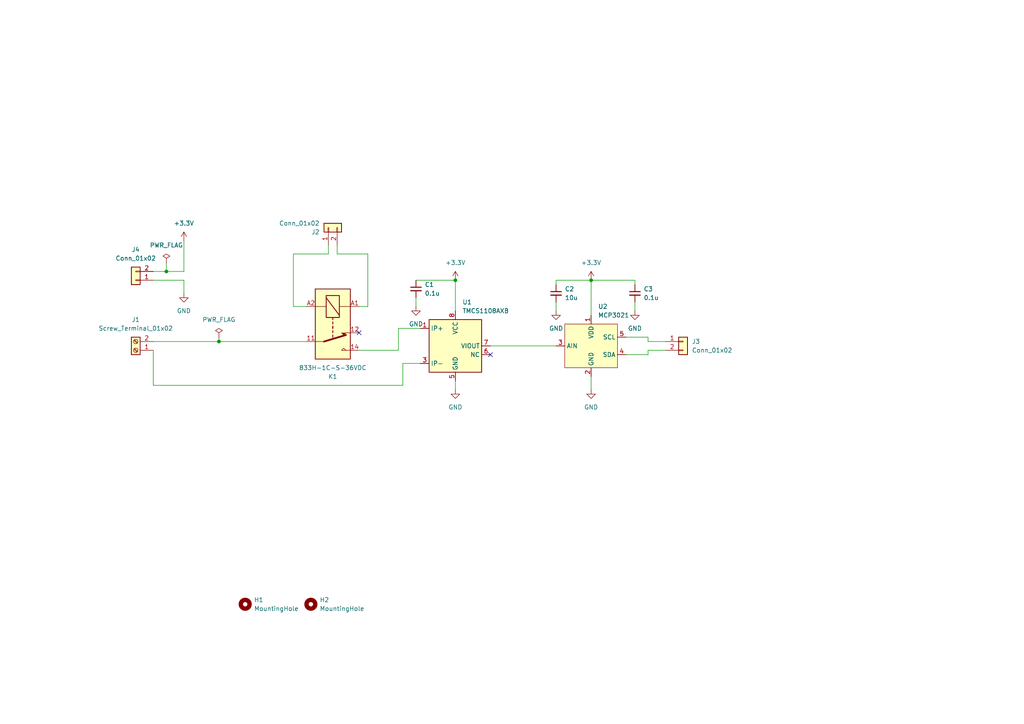
<source format=kicad_sch>
(kicad_sch (version 20211123) (generator eeschema)
  (paper "A4")
  (lib_symbols
    (symbol "Analog_ADC_Global:MCP3021"
      (property "Reference" "U" (at 6.35 7.62 0))
      (property "Value" "MCP3021" (at -6.35 7.62 0))
      (symbol "MCP3021_0_1"
        (rectangle (start -7.62 6.35) (end 7.62 -6.35) (fill (type background)))
      )
      (symbol "MCP3021_1_1"
        (pin power_in line (at 0 8.89 270) (length 2.54) (name "VDD") (number "1"))
        (pin power_out line (at 0 -8.89 90) (length 2.54) (name "GND") (number "2"))
        (pin input line (at -10.16 0 0) (length 2.54) (name "AIN") (number "3"))
        (pin passive line (at 10.16 -2.54 180) (length 2.54) (name "SDA") (number "4"))
        (pin passive line (at 10.16 2.54 180) (length 2.54) (name "SCL") (number "5"))
      )
    )
    (symbol "Connector:Screw_Terminal_01x02" (pin_names (offset 1.016) hide)
      (property "Reference" "J" (at 0 2.54 0))
      (property "Value" "Screw_Terminal_01x02" (at 0 -5.08 0))
      (symbol "Screw_Terminal_01x02_1_1"
        (rectangle (start -1.27 1.27) (end 1.27 -3.81) (stroke (width 0.254)) (fill (type background)))
        (circle (center 0 -2.54) (radius 0.635) (stroke (width 0.1524)))
        (polyline (pts (xy -0.5334 -2.2098) (xy 0.3302 -3.048)) (stroke (width 0.1524)))
        (polyline (pts (xy -0.5334 0.3302) (xy 0.3302 -0.508)) (stroke (width 0.1524)))
        (polyline (pts (xy -0.3556 -2.032) (xy 0.508 -2.8702)) (stroke (width 0.1524)))
        (polyline (pts (xy -0.3556 0.508) (xy 0.508 -0.3302)) (stroke (width 0.1524)))
        (circle (center 0 0) (radius 0.635) (stroke (width 0.1524)))
        (pin passive line (at -5.08 0 0) (length 3.81) (name "Pin_1") (number "1"))
        (pin passive line (at -5.08 -2.54 0) (length 3.81) (name "Pin_2") (number "2"))
      )
    )
    (symbol "Connector_Generic:Conn_01x02" (pin_names (offset 1.016) hide)
      (property "Reference" "J" (at 0 2.54 0))
      (property "Value" "Conn_01x02" (at 0 -5.08 0))
      (symbol "Conn_01x02_1_1"
        (rectangle (start -1.27 -2.413) (end 0 -2.667) (stroke (width 0.1524)))
        (rectangle (start -1.27 0.127) (end 0 -0.127) (stroke (width 0.1524)))
        (rectangle (start -1.27 1.27) (end 1.27 -3.81) (stroke (width 0.254)) (fill (type background)))
        (pin passive line (at -5.08 0 0) (length 3.81) (name "Pin_1") (number "1"))
        (pin passive line (at -5.08 -2.54 0) (length 3.81) (name "Pin_2") (number "2"))
      )
    )
    (symbol "Device:C_Small" (pin_numbers hide) (pin_names (offset 0.254) hide)
      (property "Reference" "C" (at 0.254 1.778 0))
      (property "Value" "C_Small" (at 0.254 -2.032 0))
      (symbol "C_Small_0_1"
        (polyline (pts (xy -1.524 -0.508) (xy 1.524 -0.508)) (stroke (width 0.3302)))
        (polyline (pts (xy -1.524 0.508) (xy 1.524 0.508)) (stroke (width 0.3048)))
      )
      (symbol "C_Small_1_1"
        (pin passive line (at 0 2.54 270) (length 2.032) (name "~") (number "1"))
        (pin passive line (at 0 -2.54 90) (length 2.032) (name "~") (number "2"))
      )
    )
    (symbol "Mechanical:MountingHole" (pin_names (offset 1.016))
      (property "Reference" "H" (at 0 5.08 0))
      (property "Value" "MountingHole" (at 0 3.175 0))
      (symbol "MountingHole_0_1"
        (circle (center 0 0) (radius 1.27) (stroke (width 1.27)))
      )
    )
    (symbol "Relay:FINDER-36.11"
      (property "Reference" "K" (at 11.43 3.81 0))
      (property "Value" "FINDER-36.11" (at 11.43 1.27 0))
      (symbol "FINDER-36.11_0_0"
        (polyline (pts (xy 2.54 3.81) (xy 2.54 5.08)))
        (polyline (pts (xy 7.62 3.81) (xy 7.62 5.08)))
        (polyline (pts (xy 7.62 3.81) (xy 7.62 2.54) (xy 6.985 3.175) (xy 7.62 3.81)))
      )
      (symbol "FINDER-36.11_0_1"
        (rectangle (start -10.16 5.08) (end 10.16 -5.08) (stroke (width 0.254)) (fill (type background)))
        (rectangle (start -8.255 1.905) (end -1.905 -1.905) (stroke (width 0.254)))
        (polyline (pts (xy -7.62 -1.905) (xy -2.54 1.905)) (stroke (width 0.254)))
        (polyline (pts (xy -5.08 -5.08) (xy -5.08 -1.905)))
        (polyline (pts (xy -5.08 5.08) (xy -5.08 1.905)))
        (polyline (pts (xy -1.905 0) (xy -1.27 0)) (stroke (width 0.254)))
        (polyline (pts (xy -0.635 0) (xy 0 0)) (stroke (width 0.254)))
        (polyline (pts (xy 0.635 0) (xy 1.27 0)) (stroke (width 0.254)))
        (polyline (pts (xy 0.635 0) (xy 1.27 0)) (stroke (width 0.254)))
        (polyline (pts (xy 1.905 0) (xy 2.54 0)) (stroke (width 0.254)))
        (polyline (pts (xy 3.175 0) (xy 3.81 0)) (stroke (width 0.254)))
        (polyline (pts (xy 5.08 -2.54) (xy 3.175 3.81)) (stroke (width 0.508)))
        (polyline (pts (xy 5.08 -2.54) (xy 5.08 -5.08)))
        (polyline (pts (xy 2.54 2.54) (xy 3.175 3.175) (xy 2.54 3.81)) (fill (type outline)))
      )
      (symbol "FINDER-36.11_1_1"
        (pin passive line (at 5.08 -7.62 90) (length 2.54) (name "~") (number "11"))
        (pin passive line (at 2.54 7.62 270) (length 2.54) (name "~") (number "12"))
        (pin passive line (at 7.62 7.62 270) (length 2.54) (name "~") (number "14"))
        (pin passive line (at -5.08 7.62 270) (length 2.54) (name "~") (number "A1"))
        (pin passive line (at -5.08 -7.62 90) (length 2.54) (name "~") (number "A2"))
      )
    )
    (symbol "Sensor_Current_Global:TMCS1108AXB"
      (property "Reference" "U" (at 2.54 11.43 0))
      (property "Value" "TMCS1108AXB" (at 2.54 8.89 0))
      (symbol "TMCS1108AXB_0_1"
        (rectangle (start -7.62 7.62) (end 7.62 -7.62) (stroke (width 0.254)) (fill (type background)))
      )
      (symbol "TMCS1108AXB_1_1"
        (pin passive line (at -10.16 5.08 0) (length 2.54) (name "IP+") (number "1"))
        (pin passive line (at -10.16 5.08 0) (length 2.54) hide (name "IP+") (number "2"))
        (pin passive line (at -10.16 -5.08 0) (length 2.54) (name "IP-") (number "3"))
        (pin passive line (at -10.16 -5.08 0) (length 2.54) hide (name "IP-") (number "4"))
        (pin power_in line (at 0 -10.16 90) (length 2.54) (name "GND") (number "5"))
        (pin passive line (at 10.16 -2.54 180) (length 2.54) (name "NC") (number "6"))
        (pin output line (at 10.16 0 180) (length 2.54) (name "VIOUT") (number "7"))
        (pin power_in line (at 0 10.16 270) (length 2.54) (name "VCC") (number "8"))
      )
    )
    (symbol "power:+3.3V" (power) (pin_names (offset 0))
      (property "Value" "+3.3V" (at 0 3.556 0))
      (symbol "+3.3V_0_1"
        (polyline (pts (xy -0.762 1.27) (xy 0 2.54)))
        (polyline (pts (xy 0 0) (xy 0 2.54)))
        (polyline (pts (xy 0 2.54) (xy 0.762 1.27)))
      )
      (symbol "+3.3V_1_1"
        (pin power_in line (at 0 0 90) (length 0) hide (name "+3.3V") (number "1"))
      )
    )
    (symbol "power:GND" (power) (pin_names (offset 0))
      (property "Value" "GND" (at 0 -3.81 0))
      (symbol "GND_0_1"
        (polyline (pts (xy 0 0) (xy 0 -1.27) (xy 1.27 -1.27) (xy 0 -2.54) (xy -1.27 -1.27) (xy 0 -1.27)))
      )
      (symbol "GND_1_1"
        (pin power_in line (at 0 0 270) (length 0) hide (name "GND") (number "1"))
      )
    )
    (symbol "power:PWR_FLAG" (power) (pin_numbers hide) (pin_names (offset 0) hide)
      (property "Value" "PWR_FLAG" (at 0 3.81 0))
      (symbol "PWR_FLAG_0_0"
        (pin power_out line (at 0 0 90) (length 0) (name "pwr") (number "1"))
      )
      (symbol "PWR_FLAG_0_1"
        (polyline (pts (xy 0 0) (xy 0 1.27) (xy -1.016 1.905) (xy 0 2.54) (xy 1.016 1.905) (xy 0 1.27)))
      )
    )
  )
  (junction (at 132.08 81.28))
  (junction (at 171.45 81.28))
  (junction (at 63.5 99.06))
  (junction (at 48.26 78.74))
  (no_connect (at 142.24 102.87))
  (no_connect (at 104.14 96.52))
  (wire (pts (xy 187.96 102.87) (xy 187.96 101.6)))
  (wire (pts (xy 171.45 81.28) (xy 184.15 81.28)))
  (wire (pts (xy 104.14 101.6) (xy 115.57 101.6)))
  (wire (pts (xy 106.68 88.9) (xy 106.68 73.66)))
  (wire (pts (xy 48.26 78.74) (xy 53.34 78.74)))
  (wire (pts (xy 142.24 100.33) (xy 161.29 100.33)))
  (wire (pts (xy 171.45 109.22) (xy 171.45 113.03)))
  (wire (pts (xy 120.65 86.36) (xy 120.65 88.9)))
  (wire (pts (xy 116.84 111.76) (xy 44.45 111.76)))
  (wire (pts (xy 187.96 99.06) (xy 193.04 99.06)))
  (wire (pts (xy 132.08 110.49) (xy 132.08 113.03)))
  (wire (pts (xy 116.84 105.41) (xy 116.84 111.76)))
  (wire (pts (xy 184.15 87.63) (xy 184.15 90.17)))
  (wire (pts (xy 53.34 81.28) (xy 53.34 85.09)))
  (wire (pts (xy 121.92 105.41) (xy 116.84 105.41)))
  (wire (pts (xy 44.45 81.28) (xy 53.34 81.28)))
  (wire (pts (xy 88.9 88.9) (xy 85.09 88.9)))
  (wire (pts (xy 85.09 73.66) (xy 95.25 73.66)))
  (wire (pts (xy 181.61 97.79) (xy 187.96 97.79)))
  (wire (pts (xy 115.57 95.25) (xy 121.92 95.25)))
  (wire (pts (xy 44.45 101.6) (xy 44.45 111.76)))
  (wire (pts (xy 184.15 81.28) (xy 184.15 82.55)))
  (wire (pts (xy 181.61 102.87) (xy 187.96 102.87)))
  (wire (pts (xy 95.25 73.66) (xy 95.25 71.12)))
  (wire (pts (xy 106.68 73.66) (xy 97.79 73.66)))
  (wire (pts (xy 132.08 81.28) (xy 132.08 90.17)))
  (wire (pts (xy 161.29 81.28) (xy 161.29 82.55)))
  (wire (pts (xy 187.96 97.79) (xy 187.96 99.06)))
  (wire (pts (xy 48.26 76.2) (xy 48.26 78.74)))
  (wire (pts (xy 44.45 99.06) (xy 63.5 99.06)))
  (wire (pts (xy 161.29 87.63) (xy 161.29 90.17)))
  (wire (pts (xy 120.65 81.28) (xy 132.08 81.28)))
  (wire (pts (xy 63.5 97.79) (xy 63.5 99.06)))
  (wire (pts (xy 85.09 88.9) (xy 85.09 73.66)))
  (wire (pts (xy 44.45 78.74) (xy 48.26 78.74)))
  (wire (pts (xy 171.45 81.28) (xy 161.29 81.28)))
  (wire (pts (xy 63.5 99.06) (xy 88.9 99.06)))
  (wire (pts (xy 187.96 101.6) (xy 193.04 101.6)))
  (wire (pts (xy 97.79 73.66) (xy 97.79 71.12)))
  (wire (pts (xy 171.45 81.28) (xy 171.45 91.44)))
  (wire (pts (xy 53.34 69.85) (xy 53.34 78.74)))
  (wire (pts (xy 115.57 101.6) (xy 115.57 95.25)))
  (wire (pts (xy 104.14 88.9) (xy 106.68 88.9)))
  (symbol (lib_id "power:GND") (at 161.29 90.17 0) (unit 1)
    (property "Reference" "#PWR07" (effects hide))
    (property "Value" "GND" (at 161.29 95.25 0))
  )
  (symbol (lib_id "Device:C_Small") (at 120.65 83.82 0) (unit 1)
    (property "Reference" "C1" (at 123.19 82.5562 0) (effects (justify left)))
    (property "Value" "0.1u" (at 123.19 85.0962 0) (effects (justify left)))
    (property "Footprint" "Capacitor_SMD:C_0603_1608Metric_Pad1.08x0.95mm_HandSolder" (effects hide))
  )
  (symbol (lib_id "power:+3.3V") (at 132.08 81.28 0) (unit 1)
    (property "Reference" "#PWR05" (effects hide))
    (property "Value" "+3.3V" (at 132.08 76.2 0))
  )
  (symbol (lib_id "power:GND") (at 171.45 113.03 0) (unit 1)
    (property "Reference" "#PWR09" (effects hide))
    (property "Value" "GND" (at 171.45 118.11 0))
  )
  (symbol (lib_id "Sensor_Current_Global:TMCS1108AXB") (at 132.08 100.33 0) (unit 1)
    (property "Reference" "U1" (at 134.0994 87.63 0) (effects (justify left)))
    (property "Value" "TMCS1108AXB" (at 134.0994 90.17 0) (effects (justify left)))
    (property "Footprint" "Package_SO:SOIC-8_3.9x4.9mm_P1.27mm" (effects hide))
    (property "Datasheet" "https://www.ti.com/lit/ds/symlink/tmcs1108.pdf?HQS=dis-mous-null-mousermode-dsf-pf-null-wwe&ts=1657368290392&ref_url=https%253A%252F%252Fwww.mouser.dk%252F" (effects hide))
  )
  (symbol (lib_id "power:+3.3V") (at 53.34 69.85 0) (unit 1)
    (property "Reference" "#PWR02" (effects hide))
    (property "Value" "+3.3V" (at 53.34 64.77 0))
  )
  (symbol (lib_id "power:PWR_FLAG") (at 63.5 97.79 0) (unit 1)
    (property "Reference" "#FLG02" (effects hide))
    (property "Value" "PWR_FLAG" (at 63.5 92.71 0))
  )
  (symbol (lib_id "Mechanical:MountingHole") (at 71.12 175.26 0) (unit 1)
    (property "Reference" "H1" (at 73.66 173.9899 0) (effects (justify left)))
    (property "Value" "MountingHole" (at 73.66 176.5299 0) (effects (justify left)))
    (property "Footprint" "MountingHole:MountingHole_3.2mm_M3_ISO7380" (effects hide))
  )
  (symbol (lib_id "Connector_Generic:Conn_01x02") (at 39.37 81.28 180) (unit 1)
    (property "Reference" "J4" (at 39.37 72.39 0))
    (property "Value" "Conn_01x02" (at 39.37 74.93 0))
    (property "Footprint" "Connector_PinHeader_2.54mm:PinHeader_1x02_P2.54mm_Vertical" (effects hide))
  )
  (symbol (lib_id "power:GND") (at 53.34 85.09 0) (unit 1)
    (property "Reference" "#PWR03" (effects hide))
    (property "Value" "GND" (at 53.34 90.17 0))
  )
  (symbol (lib_id "Mechanical:MountingHole") (at 90.17 175.26 0) (unit 1)
    (property "Reference" "H2" (at 92.71 173.9899 0) (effects (justify left)))
    (property "Value" "MountingHole" (at 92.71 176.5299 0) (effects (justify left)))
    (property "Footprint" "MountingHole:MountingHole_3.2mm_M3_ISO7380" (effects hide))
  )
  (symbol (lib_id "Connector_Generic:Conn_01x02") (at 198.12 99.06 0) (unit 1)
    (property "Reference" "J3" (at 200.66 99.0599 0) (effects (justify left)))
    (property "Value" "Conn_01x02" (at 200.66 101.5999 0) (effects (justify left)))
    (property "Footprint" "Connector_PinHeader_2.54mm:PinHeader_1x02_P2.54mm_Vertical" (effects hide))
  )
  (symbol (lib_id "Device:C_Small") (at 184.15 85.09 0) (unit 1)
    (property "Reference" "C3" (at 186.69 83.8262 0) (effects (justify left)))
    (property "Value" "0.1u" (at 186.69 86.3662 0) (effects (justify left)))
    (property "Footprint" "Capacitor_SMD:C_0603_1608Metric_Pad1.08x0.95mm_HandSolder" (effects hide))
  )
  (symbol (lib_id "Connector_Generic:Conn_01x02") (at 95.25 66.04 90) (unit 1)
    (property "Reference" "J2" (at 92.71 67.3101 90) (effects (justify left)))
    (property "Value" "Conn_01x02" (at 92.71 64.7701 90) (effects (justify left)))
    (property "Footprint" "Connector_PinHeader_2.54mm:PinHeader_1x02_P2.54mm_Vertical" (effects hide))
  )
  (symbol (lib_id "power:GND") (at 184.15 90.17 0) (unit 1)
    (property "Reference" "#PWR010" (effects hide))
    (property "Value" "GND" (at 184.15 95.25 0))
  )
  (symbol (lib_id "Analog_ADC_Global:MCP3021") (at 171.45 100.33 0) (unit 1)
    (property "Reference" "U2" (at 173.4694 88.9 0) (effects (justify left)))
    (property "Value" "MCP3021" (at 173.4694 91.44 0) (effects (justify left)))
    (property "Footprint" "Package_TO_SOT_SMD:SOT-23-5_HandSoldering" (effects hide))
    (property "Datasheet" "https://www.mouser.dk/datasheet/2/268/MCHP_S_A0002844517_1-2520857.pdf" (effects hide))
  )
  (symbol (lib_id "Device:C_Small") (at 161.29 85.09 0) (unit 1)
    (property "Reference" "C2" (at 163.83 83.8262 0) (effects (justify left)))
    (property "Value" "10u" (at 163.83 86.3662 0) (effects (justify left)))
    (property "Footprint" "Capacitor_SMD:C_1206_3216Metric_Pad1.33x1.80mm_HandSolder" (effects hide))
  )
  (symbol (lib_id "Connector:Screw_Terminal_01x02") (at 39.37 101.6 180) (unit 1)
    (property "Reference" "J1" (at 39.37 92.71 0))
    (property "Value" "Screw_Terminal_01x02" (at 39.37 95.25 0))
    (property "Footprint" "TerminalBlock_Phoenix:TerminalBlock_Phoenix_MKDS-1,5-2-5.08_1x02_P5.08mm_Horizontal" (effects hide))
  )
  (symbol (lib_id "Relay:FINDER-36.11") (at 96.52 93.98 270) (unit 1)
    (property "Reference" "K1" (at 96.52 109.22 90))
    (property "Value" "833H-1C-S-36VDC" (at 96.52 106.68 90))
    (property "Footprint" "Relay_THT:Relay_SPDT_Finder_36.11" (effects hide))
    (property "Datasheet" "https://www.mouser.dk/datasheet/2/378/20119191320287145-4912.pdf" (effects hide))
  )
  (symbol (lib_id "power:GND") (at 120.65 88.9 0) (unit 1)
    (property "Reference" "#PWR04" (effects hide))
    (property "Value" "GND" (at 120.65 93.98 0))
  )
  (symbol (lib_id "power:+3.3V") (at 171.45 81.28 0) (unit 1)
    (property "Reference" "#PWR08" (effects hide))
    (property "Value" "+3.3V" (at 171.45 76.2 0))
  )
  (symbol (lib_id "power:PWR_FLAG") (at 48.26 76.2 0) (unit 1)
    (property "Reference" "#FLG0101" (effects hide))
    (property "Value" "PWR_FLAG" (at 48.26 71.12 0))
  )
  (symbol (lib_id "power:GND") (at 132.08 113.03 0) (unit 1)
    (property "Reference" "#PWR06" (effects hide))
    (property "Value" "GND" (at 132.08 118.11 0))
  )
)
</source>
